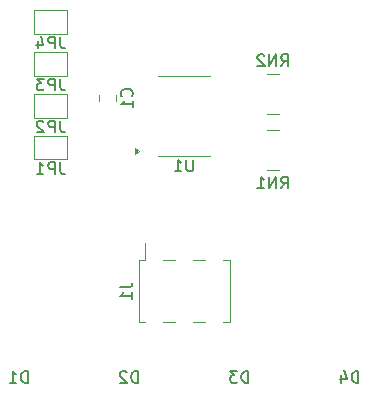
<source format=gbr>
%TF.GenerationSoftware,KiCad,Pcbnew,8.0.0*%
%TF.CreationDate,2024-07-14T16:28:40-05:00*%
%TF.ProjectId,Rick,5269636b-2e6b-4696-9361-645f70636258,rev?*%
%TF.SameCoordinates,Original*%
%TF.FileFunction,Legend,Bot*%
%TF.FilePolarity,Positive*%
%FSLAX46Y46*%
G04 Gerber Fmt 4.6, Leading zero omitted, Abs format (unit mm)*
G04 Created by KiCad (PCBNEW 8.0.0) date 2024-07-14 16:28:40*
%MOMM*%
%LPD*%
G01*
G04 APERTURE LIST*
%ADD10C,0.150000*%
%ADD11C,0.120000*%
G04 APERTURE END LIST*
D10*
X171099404Y-79554819D02*
X171099404Y-80364342D01*
X171099404Y-80364342D02*
X171051785Y-80459580D01*
X171051785Y-80459580D02*
X171004166Y-80507200D01*
X171004166Y-80507200D02*
X170908928Y-80554819D01*
X170908928Y-80554819D02*
X170718452Y-80554819D01*
X170718452Y-80554819D02*
X170623214Y-80507200D01*
X170623214Y-80507200D02*
X170575595Y-80459580D01*
X170575595Y-80459580D02*
X170527976Y-80364342D01*
X170527976Y-80364342D02*
X170527976Y-79554819D01*
X169527976Y-80554819D02*
X170099404Y-80554819D01*
X169813690Y-80554819D02*
X169813690Y-79554819D01*
X169813690Y-79554819D02*
X169908928Y-79697676D01*
X169908928Y-79697676D02*
X170004166Y-79792914D01*
X170004166Y-79792914D02*
X170099404Y-79840533D01*
X178540476Y-71654819D02*
X178873809Y-71178628D01*
X179111904Y-71654819D02*
X179111904Y-70654819D01*
X179111904Y-70654819D02*
X178730952Y-70654819D01*
X178730952Y-70654819D02*
X178635714Y-70702438D01*
X178635714Y-70702438D02*
X178588095Y-70750057D01*
X178588095Y-70750057D02*
X178540476Y-70845295D01*
X178540476Y-70845295D02*
X178540476Y-70988152D01*
X178540476Y-70988152D02*
X178588095Y-71083390D01*
X178588095Y-71083390D02*
X178635714Y-71131009D01*
X178635714Y-71131009D02*
X178730952Y-71178628D01*
X178730952Y-71178628D02*
X179111904Y-71178628D01*
X178111904Y-71654819D02*
X178111904Y-70654819D01*
X178111904Y-70654819D02*
X177540476Y-71654819D01*
X177540476Y-71654819D02*
X177540476Y-70654819D01*
X177111904Y-70750057D02*
X177064285Y-70702438D01*
X177064285Y-70702438D02*
X176969047Y-70654819D01*
X176969047Y-70654819D02*
X176730952Y-70654819D01*
X176730952Y-70654819D02*
X176635714Y-70702438D01*
X176635714Y-70702438D02*
X176588095Y-70750057D01*
X176588095Y-70750057D02*
X176540476Y-70845295D01*
X176540476Y-70845295D02*
X176540476Y-70940533D01*
X176540476Y-70940533D02*
X176588095Y-71083390D01*
X176588095Y-71083390D02*
X177159523Y-71654819D01*
X177159523Y-71654819D02*
X176540476Y-71654819D01*
X178540476Y-82004819D02*
X178873809Y-81528628D01*
X179111904Y-82004819D02*
X179111904Y-81004819D01*
X179111904Y-81004819D02*
X178730952Y-81004819D01*
X178730952Y-81004819D02*
X178635714Y-81052438D01*
X178635714Y-81052438D02*
X178588095Y-81100057D01*
X178588095Y-81100057D02*
X178540476Y-81195295D01*
X178540476Y-81195295D02*
X178540476Y-81338152D01*
X178540476Y-81338152D02*
X178588095Y-81433390D01*
X178588095Y-81433390D02*
X178635714Y-81481009D01*
X178635714Y-81481009D02*
X178730952Y-81528628D01*
X178730952Y-81528628D02*
X179111904Y-81528628D01*
X178111904Y-82004819D02*
X178111904Y-81004819D01*
X178111904Y-81004819D02*
X177540476Y-82004819D01*
X177540476Y-82004819D02*
X177540476Y-81004819D01*
X176540476Y-82004819D02*
X177111904Y-82004819D01*
X176826190Y-82004819D02*
X176826190Y-81004819D01*
X176826190Y-81004819D02*
X176921428Y-81147676D01*
X176921428Y-81147676D02*
X177016666Y-81242914D01*
X177016666Y-81242914D02*
X177111904Y-81290533D01*
X159858333Y-69154819D02*
X159858333Y-69869104D01*
X159858333Y-69869104D02*
X159905952Y-70011961D01*
X159905952Y-70011961D02*
X160001190Y-70107200D01*
X160001190Y-70107200D02*
X160144047Y-70154819D01*
X160144047Y-70154819D02*
X160239285Y-70154819D01*
X159382142Y-70154819D02*
X159382142Y-69154819D01*
X159382142Y-69154819D02*
X159001190Y-69154819D01*
X159001190Y-69154819D02*
X158905952Y-69202438D01*
X158905952Y-69202438D02*
X158858333Y-69250057D01*
X158858333Y-69250057D02*
X158810714Y-69345295D01*
X158810714Y-69345295D02*
X158810714Y-69488152D01*
X158810714Y-69488152D02*
X158858333Y-69583390D01*
X158858333Y-69583390D02*
X158905952Y-69631009D01*
X158905952Y-69631009D02*
X159001190Y-69678628D01*
X159001190Y-69678628D02*
X159382142Y-69678628D01*
X157953571Y-69488152D02*
X157953571Y-70154819D01*
X158191666Y-69107200D02*
X158429761Y-69821485D01*
X158429761Y-69821485D02*
X157810714Y-69821485D01*
X159858333Y-72704819D02*
X159858333Y-73419104D01*
X159858333Y-73419104D02*
X159905952Y-73561961D01*
X159905952Y-73561961D02*
X160001190Y-73657200D01*
X160001190Y-73657200D02*
X160144047Y-73704819D01*
X160144047Y-73704819D02*
X160239285Y-73704819D01*
X159382142Y-73704819D02*
X159382142Y-72704819D01*
X159382142Y-72704819D02*
X159001190Y-72704819D01*
X159001190Y-72704819D02*
X158905952Y-72752438D01*
X158905952Y-72752438D02*
X158858333Y-72800057D01*
X158858333Y-72800057D02*
X158810714Y-72895295D01*
X158810714Y-72895295D02*
X158810714Y-73038152D01*
X158810714Y-73038152D02*
X158858333Y-73133390D01*
X158858333Y-73133390D02*
X158905952Y-73181009D01*
X158905952Y-73181009D02*
X159001190Y-73228628D01*
X159001190Y-73228628D02*
X159382142Y-73228628D01*
X158477380Y-72704819D02*
X157858333Y-72704819D01*
X157858333Y-72704819D02*
X158191666Y-73085771D01*
X158191666Y-73085771D02*
X158048809Y-73085771D01*
X158048809Y-73085771D02*
X157953571Y-73133390D01*
X157953571Y-73133390D02*
X157905952Y-73181009D01*
X157905952Y-73181009D02*
X157858333Y-73276247D01*
X157858333Y-73276247D02*
X157858333Y-73514342D01*
X157858333Y-73514342D02*
X157905952Y-73609580D01*
X157905952Y-73609580D02*
X157953571Y-73657200D01*
X157953571Y-73657200D02*
X158048809Y-73704819D01*
X158048809Y-73704819D02*
X158334523Y-73704819D01*
X158334523Y-73704819D02*
X158429761Y-73657200D01*
X158429761Y-73657200D02*
X158477380Y-73609580D01*
X159858333Y-76254819D02*
X159858333Y-76969104D01*
X159858333Y-76969104D02*
X159905952Y-77111961D01*
X159905952Y-77111961D02*
X160001190Y-77207200D01*
X160001190Y-77207200D02*
X160144047Y-77254819D01*
X160144047Y-77254819D02*
X160239285Y-77254819D01*
X159382142Y-77254819D02*
X159382142Y-76254819D01*
X159382142Y-76254819D02*
X159001190Y-76254819D01*
X159001190Y-76254819D02*
X158905952Y-76302438D01*
X158905952Y-76302438D02*
X158858333Y-76350057D01*
X158858333Y-76350057D02*
X158810714Y-76445295D01*
X158810714Y-76445295D02*
X158810714Y-76588152D01*
X158810714Y-76588152D02*
X158858333Y-76683390D01*
X158858333Y-76683390D02*
X158905952Y-76731009D01*
X158905952Y-76731009D02*
X159001190Y-76778628D01*
X159001190Y-76778628D02*
X159382142Y-76778628D01*
X158429761Y-76350057D02*
X158382142Y-76302438D01*
X158382142Y-76302438D02*
X158286904Y-76254819D01*
X158286904Y-76254819D02*
X158048809Y-76254819D01*
X158048809Y-76254819D02*
X157953571Y-76302438D01*
X157953571Y-76302438D02*
X157905952Y-76350057D01*
X157905952Y-76350057D02*
X157858333Y-76445295D01*
X157858333Y-76445295D02*
X157858333Y-76540533D01*
X157858333Y-76540533D02*
X157905952Y-76683390D01*
X157905952Y-76683390D02*
X158477380Y-77254819D01*
X158477380Y-77254819D02*
X157858333Y-77254819D01*
X159858333Y-79804819D02*
X159858333Y-80519104D01*
X159858333Y-80519104D02*
X159905952Y-80661961D01*
X159905952Y-80661961D02*
X160001190Y-80757200D01*
X160001190Y-80757200D02*
X160144047Y-80804819D01*
X160144047Y-80804819D02*
X160239285Y-80804819D01*
X159382142Y-80804819D02*
X159382142Y-79804819D01*
X159382142Y-79804819D02*
X159001190Y-79804819D01*
X159001190Y-79804819D02*
X158905952Y-79852438D01*
X158905952Y-79852438D02*
X158858333Y-79900057D01*
X158858333Y-79900057D02*
X158810714Y-79995295D01*
X158810714Y-79995295D02*
X158810714Y-80138152D01*
X158810714Y-80138152D02*
X158858333Y-80233390D01*
X158858333Y-80233390D02*
X158905952Y-80281009D01*
X158905952Y-80281009D02*
X159001190Y-80328628D01*
X159001190Y-80328628D02*
X159382142Y-80328628D01*
X157858333Y-80804819D02*
X158429761Y-80804819D01*
X158144047Y-80804819D02*
X158144047Y-79804819D01*
X158144047Y-79804819D02*
X158239285Y-79947676D01*
X158239285Y-79947676D02*
X158334523Y-80042914D01*
X158334523Y-80042914D02*
X158429761Y-80090533D01*
X164934819Y-90366666D02*
X165649104Y-90366666D01*
X165649104Y-90366666D02*
X165791961Y-90319047D01*
X165791961Y-90319047D02*
X165887200Y-90223809D01*
X165887200Y-90223809D02*
X165934819Y-90080952D01*
X165934819Y-90080952D02*
X165934819Y-89985714D01*
X165934819Y-91366666D02*
X165934819Y-90795238D01*
X165934819Y-91080952D02*
X164934819Y-91080952D01*
X164934819Y-91080952D02*
X165077676Y-90985714D01*
X165077676Y-90985714D02*
X165172914Y-90890476D01*
X165172914Y-90890476D02*
X165220533Y-90795238D01*
X185088094Y-98454819D02*
X185088094Y-97454819D01*
X185088094Y-97454819D02*
X184849999Y-97454819D01*
X184849999Y-97454819D02*
X184707142Y-97502438D01*
X184707142Y-97502438D02*
X184611904Y-97597676D01*
X184611904Y-97597676D02*
X184564285Y-97692914D01*
X184564285Y-97692914D02*
X184516666Y-97883390D01*
X184516666Y-97883390D02*
X184516666Y-98026247D01*
X184516666Y-98026247D02*
X184564285Y-98216723D01*
X184564285Y-98216723D02*
X184611904Y-98311961D01*
X184611904Y-98311961D02*
X184707142Y-98407200D01*
X184707142Y-98407200D02*
X184849999Y-98454819D01*
X184849999Y-98454819D02*
X185088094Y-98454819D01*
X183659523Y-97788152D02*
X183659523Y-98454819D01*
X183897618Y-97407200D02*
X184135713Y-98121485D01*
X184135713Y-98121485D02*
X183516666Y-98121485D01*
X175754760Y-98454819D02*
X175754760Y-97454819D01*
X175754760Y-97454819D02*
X175516665Y-97454819D01*
X175516665Y-97454819D02*
X175373808Y-97502438D01*
X175373808Y-97502438D02*
X175278570Y-97597676D01*
X175278570Y-97597676D02*
X175230951Y-97692914D01*
X175230951Y-97692914D02*
X175183332Y-97883390D01*
X175183332Y-97883390D02*
X175183332Y-98026247D01*
X175183332Y-98026247D02*
X175230951Y-98216723D01*
X175230951Y-98216723D02*
X175278570Y-98311961D01*
X175278570Y-98311961D02*
X175373808Y-98407200D01*
X175373808Y-98407200D02*
X175516665Y-98454819D01*
X175516665Y-98454819D02*
X175754760Y-98454819D01*
X174849998Y-97454819D02*
X174230951Y-97454819D01*
X174230951Y-97454819D02*
X174564284Y-97835771D01*
X174564284Y-97835771D02*
X174421427Y-97835771D01*
X174421427Y-97835771D02*
X174326189Y-97883390D01*
X174326189Y-97883390D02*
X174278570Y-97931009D01*
X174278570Y-97931009D02*
X174230951Y-98026247D01*
X174230951Y-98026247D02*
X174230951Y-98264342D01*
X174230951Y-98264342D02*
X174278570Y-98359580D01*
X174278570Y-98359580D02*
X174326189Y-98407200D01*
X174326189Y-98407200D02*
X174421427Y-98454819D01*
X174421427Y-98454819D02*
X174707141Y-98454819D01*
X174707141Y-98454819D02*
X174802379Y-98407200D01*
X174802379Y-98407200D02*
X174849998Y-98359580D01*
X166421427Y-98454819D02*
X166421427Y-97454819D01*
X166421427Y-97454819D02*
X166183332Y-97454819D01*
X166183332Y-97454819D02*
X166040475Y-97502438D01*
X166040475Y-97502438D02*
X165945237Y-97597676D01*
X165945237Y-97597676D02*
X165897618Y-97692914D01*
X165897618Y-97692914D02*
X165849999Y-97883390D01*
X165849999Y-97883390D02*
X165849999Y-98026247D01*
X165849999Y-98026247D02*
X165897618Y-98216723D01*
X165897618Y-98216723D02*
X165945237Y-98311961D01*
X165945237Y-98311961D02*
X166040475Y-98407200D01*
X166040475Y-98407200D02*
X166183332Y-98454819D01*
X166183332Y-98454819D02*
X166421427Y-98454819D01*
X165469046Y-97550057D02*
X165421427Y-97502438D01*
X165421427Y-97502438D02*
X165326189Y-97454819D01*
X165326189Y-97454819D02*
X165088094Y-97454819D01*
X165088094Y-97454819D02*
X164992856Y-97502438D01*
X164992856Y-97502438D02*
X164945237Y-97550057D01*
X164945237Y-97550057D02*
X164897618Y-97645295D01*
X164897618Y-97645295D02*
X164897618Y-97740533D01*
X164897618Y-97740533D02*
X164945237Y-97883390D01*
X164945237Y-97883390D02*
X165516665Y-98454819D01*
X165516665Y-98454819D02*
X164897618Y-98454819D01*
X157088094Y-98454819D02*
X157088094Y-97454819D01*
X157088094Y-97454819D02*
X156849999Y-97454819D01*
X156849999Y-97454819D02*
X156707142Y-97502438D01*
X156707142Y-97502438D02*
X156611904Y-97597676D01*
X156611904Y-97597676D02*
X156564285Y-97692914D01*
X156564285Y-97692914D02*
X156516666Y-97883390D01*
X156516666Y-97883390D02*
X156516666Y-98026247D01*
X156516666Y-98026247D02*
X156564285Y-98216723D01*
X156564285Y-98216723D02*
X156611904Y-98311961D01*
X156611904Y-98311961D02*
X156707142Y-98407200D01*
X156707142Y-98407200D02*
X156849999Y-98454819D01*
X156849999Y-98454819D02*
X157088094Y-98454819D01*
X155564285Y-98454819D02*
X156135713Y-98454819D01*
X155849999Y-98454819D02*
X155849999Y-97454819D01*
X155849999Y-97454819D02*
X155945237Y-97597676D01*
X155945237Y-97597676D02*
X156040475Y-97692914D01*
X156040475Y-97692914D02*
X156135713Y-97740533D01*
X165889580Y-74183333D02*
X165937200Y-74135714D01*
X165937200Y-74135714D02*
X165984819Y-73992857D01*
X165984819Y-73992857D02*
X165984819Y-73897619D01*
X165984819Y-73897619D02*
X165937200Y-73754762D01*
X165937200Y-73754762D02*
X165841961Y-73659524D01*
X165841961Y-73659524D02*
X165746723Y-73611905D01*
X165746723Y-73611905D02*
X165556247Y-73564286D01*
X165556247Y-73564286D02*
X165413390Y-73564286D01*
X165413390Y-73564286D02*
X165222914Y-73611905D01*
X165222914Y-73611905D02*
X165127676Y-73659524D01*
X165127676Y-73659524D02*
X165032438Y-73754762D01*
X165032438Y-73754762D02*
X164984819Y-73897619D01*
X164984819Y-73897619D02*
X164984819Y-73992857D01*
X164984819Y-73992857D02*
X165032438Y-74135714D01*
X165032438Y-74135714D02*
X165080057Y-74183333D01*
X165984819Y-75135714D02*
X165984819Y-74564286D01*
X165984819Y-74850000D02*
X164984819Y-74850000D01*
X164984819Y-74850000D02*
X165127676Y-74754762D01*
X165127676Y-74754762D02*
X165222914Y-74659524D01*
X165222914Y-74659524D02*
X165270533Y-74564286D01*
D11*
%TO.C,U1*%
X168137500Y-79285000D02*
X170337500Y-79285000D01*
X172537500Y-79285000D02*
X170337500Y-79285000D01*
X168137500Y-72515000D02*
X170337500Y-72515000D01*
X172537500Y-72515000D02*
X170337500Y-72515000D01*
X166477500Y-78825000D02*
X166147500Y-79065000D01*
X166147500Y-78585000D01*
X166477500Y-78825000D01*
G36*
X166477500Y-78825000D02*
G01*
X166147500Y-79065000D01*
X166147500Y-78585000D01*
X166477500Y-78825000D01*
G37*
%TO.C,RN2*%
X178350000Y-72320000D02*
X177350000Y-72320000D01*
X178350000Y-75680000D02*
X177350000Y-75680000D01*
%TO.C,RN1*%
X177350000Y-80430000D02*
X178350000Y-80430000D01*
X177350000Y-77070000D02*
X178350000Y-77070000D01*
%TO.C,JP4*%
X160425000Y-68900000D02*
X157625000Y-68900000D01*
X157625000Y-68900000D02*
X157625000Y-66900000D01*
X160425000Y-66900000D02*
X160425000Y-68900000D01*
X157625000Y-66900000D02*
X160425000Y-66900000D01*
%TO.C,JP3*%
X160425000Y-72450000D02*
X157625000Y-72450000D01*
X157625000Y-72450000D02*
X157625000Y-70450000D01*
X160425000Y-70450000D02*
X160425000Y-72450000D01*
X157625000Y-70450000D02*
X160425000Y-70450000D01*
%TO.C,JP2*%
X160425000Y-76000000D02*
X157625000Y-76000000D01*
X157625000Y-76000000D02*
X157625000Y-74000000D01*
X160425000Y-74000000D02*
X160425000Y-76000000D01*
X157625000Y-74000000D02*
X160425000Y-74000000D01*
%TO.C,JP1*%
X160425000Y-79550000D02*
X157625000Y-79550000D01*
X157625000Y-79550000D02*
X157625000Y-77550000D01*
X160425000Y-77550000D02*
X160425000Y-79550000D01*
X157625000Y-77550000D02*
X160425000Y-77550000D01*
%TO.C,J1*%
X174220000Y-93300000D02*
X173650000Y-93300000D01*
X172130000Y-93300000D02*
X171110000Y-93300000D01*
X169590000Y-93300000D02*
X168570000Y-93300000D01*
X167050000Y-93300000D02*
X166480000Y-93300000D01*
X174220000Y-93300000D02*
X174220000Y-88100000D01*
X174220000Y-88100000D02*
X173650000Y-88100000D01*
X172130000Y-88100000D02*
X171110000Y-88100000D01*
X169590000Y-88100000D02*
X168570000Y-88100000D01*
X166480000Y-93300000D02*
X166480000Y-88100000D01*
X167050000Y-88100000D02*
X166480000Y-88100000D01*
X167050000Y-88100000D02*
X167050000Y-86660000D01*
%TO.C,C1*%
X164585000Y-74088748D02*
X164585000Y-74611252D01*
X163115000Y-74088748D02*
X163115000Y-74611252D01*
%TD*%
M02*

</source>
